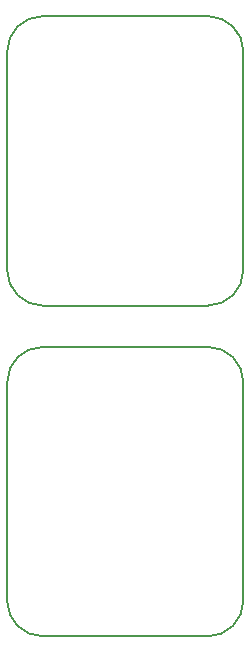
<source format=gm1>
%MOIN*%
%OFA0B0*%
%FSLAX46Y46*%
%IPPOS*%
%LPD*%
%ADD10C,0.0078740157480314977*%
%ADD21C,0.0078740157480314977*%
%LPD*%
G01*
D10*
X0003897637Y0000108267D02*
X0004448818Y0000108267D01*
X0003779527Y0000954724D02*
X0003779527Y0000226377D01*
X0004448818Y0001072834D02*
X0003897637Y0001072834D01*
X0004566929Y0000954724D02*
X0004566929Y0000226377D01*
X0004566929Y0000226377D02*
G75*
G02*
X0004448818Y0000108267I-0000118110D01*
G01*
X0003897637Y0000108267D02*
G75*
G02*
X0003779527Y0000226377J0000118110D01*
G01*
X0003779527Y0000954724D02*
G75*
G02*
X0003897637Y0001072834I0000118110D01*
G01*
X0004448818Y0001072834D02*
G75*
G02*
X0004566929Y0000954724J-0000118110D01*
G01*
G04 next file*
%LPD*%
G04 #@! TF.GenerationSoftware,KiCad,Pcbnew,5.1.9-73d0e3b20d~88~ubuntu18.04.1*
G04 #@! TF.CreationDate,2021-02-13T22:07:47-05:00*
G04 #@! TF.ProjectId,connector,636f6e6e-6563-4746-9f72-2e6b69636164,v1.0.0*
G04 #@! TF.SameCoordinates,Original*
G04 #@! TF.FileFunction,Profile,NP*
G04 Gerber Fmt 4.6, Leading zero omitted, Abs format (unit mm)*
G04 Created by KiCad (PCBNEW 5.1.9-73d0e3b20d~88~ubuntu18.04.1) date 2021-02-13 22:07:47*
G01*
G04 APERTURE LIST*
G04 #@! TA.AperFunction,Profile*
G04 #@! TD*
G04 APERTURE END LIST*
D21*
X0003897637Y0001210629D02*
X0004448818Y0001210629D01*
X0003779527Y0002057086D02*
X0003779527Y0001328740D01*
X0004448818Y0002175196D02*
X0003897637Y0002175196D01*
X0004566929Y0002057086D02*
X0004566929Y0001328740D01*
X0004566929Y0001328740D02*
G75*
G02*
X0004448818Y0001210629I-0000118110D01*
G01*
X0003897637Y0001210629D02*
G75*
G02*
X0003779527Y0001328740J0000118110D01*
G01*
X0003779527Y0002057086D02*
G75*
G02*
X0003897637Y0002175196I0000118110D01*
G01*
X0004448818Y0002175196D02*
G75*
G02*
X0004566929Y0002057086J-0000118110D01*
G01*
M02*
</source>
